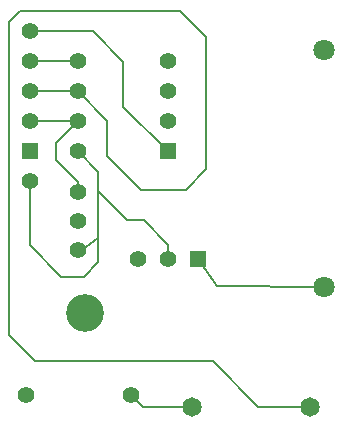
<source format=gtl>
G04 (created by PCBNEW-RS274X (2012-apr-16-27)-stable) date Sun 23 Mar 2014 20:21:50 GMT*
G01*
G70*
G90*
%MOIN*%
G04 Gerber Fmt 3.4, Leading zero omitted, Abs format*
%FSLAX34Y34*%
G04 APERTURE LIST*
%ADD10C,0.006000*%
%ADD11C,0.070900*%
%ADD12C,0.055000*%
%ADD13R,0.055000X0.055000*%
%ADD14C,0.065000*%
%ADD15C,0.126000*%
%ADD16C,0.055100*%
%ADD17R,0.055100X0.055100*%
%ADD18C,0.008000*%
G04 APERTURE END LIST*
G54D10*
G54D11*
X62400Y-20035D03*
X62400Y-12135D03*
G54D12*
X52450Y-23650D03*
X55950Y-23650D03*
G54D13*
X57175Y-15525D03*
G54D12*
X57175Y-14525D03*
X57175Y-13525D03*
X57175Y-12525D03*
X54175Y-12525D03*
X54175Y-13525D03*
X54175Y-14525D03*
X54175Y-15525D03*
G54D13*
X58200Y-19125D03*
G54D12*
X57200Y-19125D03*
X56200Y-19125D03*
G54D14*
X61910Y-24050D03*
X57990Y-24050D03*
G54D15*
X54425Y-20925D03*
G54D16*
X54175Y-18830D03*
X54175Y-17850D03*
X54175Y-16870D03*
X52575Y-16525D03*
G54D17*
X52575Y-15525D03*
G54D16*
X52575Y-14525D03*
X52575Y-13525D03*
X52575Y-12525D03*
X52575Y-11525D03*
G54D18*
X52575Y-12525D02*
X54175Y-12525D01*
X54175Y-16550D02*
X53450Y-15825D01*
X52575Y-14525D02*
X54175Y-14525D01*
X53450Y-15825D02*
X53450Y-15250D01*
X54175Y-16870D02*
X54175Y-16550D01*
X53450Y-15250D02*
X54175Y-14525D01*
X52575Y-16525D02*
X52575Y-18650D01*
X54850Y-19225D02*
X54850Y-18400D01*
X54375Y-19700D02*
X54850Y-19225D01*
X54175Y-18830D02*
X54320Y-18830D01*
X57200Y-18650D02*
X56375Y-17825D01*
X56375Y-17825D02*
X55825Y-17825D01*
X53625Y-19700D02*
X54375Y-19700D01*
X52575Y-18650D02*
X53625Y-19700D01*
X54850Y-18400D02*
X54850Y-16800D01*
X54850Y-16200D02*
X54175Y-15525D01*
X57200Y-19125D02*
X57200Y-18650D01*
X54320Y-18830D02*
X54850Y-18400D01*
X54850Y-16850D02*
X54850Y-16800D01*
X54850Y-16800D02*
X54850Y-16200D01*
X55825Y-17825D02*
X54850Y-16850D01*
X56350Y-24050D02*
X55950Y-23650D01*
X57990Y-24050D02*
X56350Y-24050D01*
X54675Y-11525D02*
X55700Y-12550D01*
X52575Y-11525D02*
X54675Y-11525D01*
X55700Y-14050D02*
X57175Y-15525D01*
X55700Y-12550D02*
X55700Y-14050D01*
X51900Y-21650D02*
X51900Y-11200D01*
X52750Y-22500D02*
X51900Y-21650D01*
X58700Y-22500D02*
X52750Y-22500D01*
X60175Y-24050D02*
X58700Y-22500D01*
X52575Y-13525D02*
X54175Y-13525D01*
X52250Y-10850D02*
X57600Y-10850D01*
X61910Y-24050D02*
X60175Y-24050D01*
X57600Y-10850D02*
X58450Y-11700D01*
X58450Y-11700D02*
X58450Y-16125D01*
X55150Y-14500D02*
X54175Y-13525D01*
X51900Y-11200D02*
X52250Y-10850D01*
X58450Y-16125D02*
X57775Y-16800D01*
X57775Y-16800D02*
X56275Y-16800D01*
X56275Y-16800D02*
X55150Y-15675D01*
X55150Y-15675D02*
X55150Y-14500D01*
X62400Y-20035D02*
X58825Y-20025D01*
X58825Y-20025D02*
X58200Y-19125D01*
M02*

</source>
